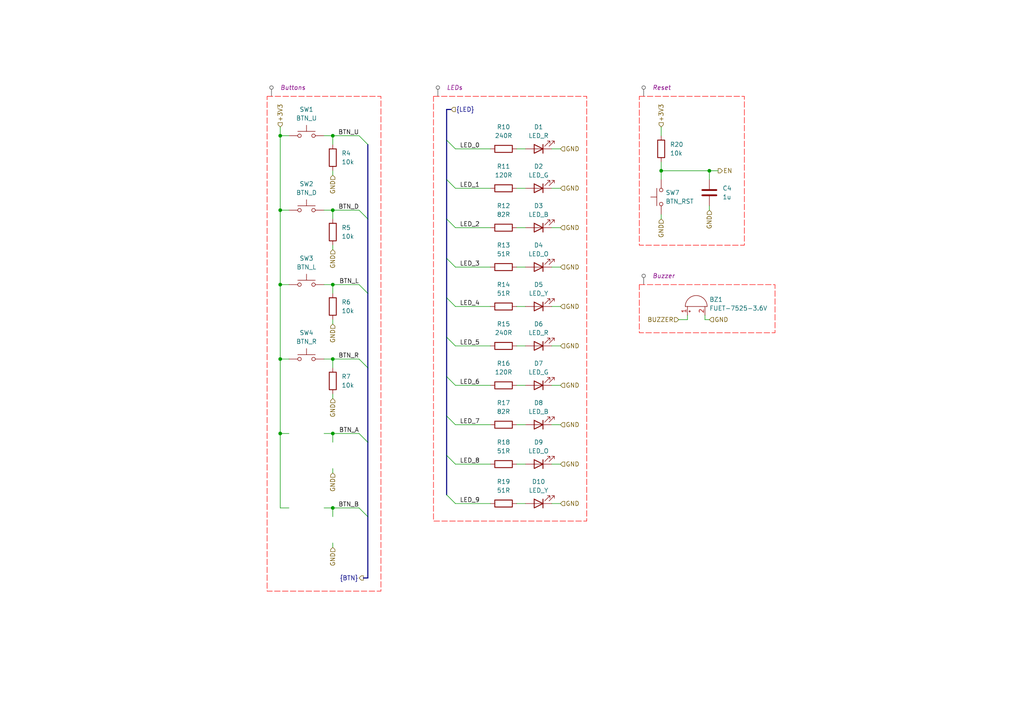
<source format=kicad_sch>
(kicad_sch (version 20250114) (generator "eeschema") (generator_version "9.0")
  (paper "A4")
  (title_block (title "Hack&Roll 2026 hardware badge") (date "2025-12-01") (rev "0.0.14") (company "NUS Hackers") (comment 1 "Art by @youngseopark05") (comment 2 "Developed by @yikjin and @Hackin7") (comment 3 "Licensed under CERN-OHL-P-2.0"))
  (lib_symbols
    (symbol "Device:Buzzer" (pin_names (offset 0.0254) (hide yes))
      (property "Reference" "BZ" (at 3.81 1.27 0))
      (property "Value" "Buzzer" (at 3.81 -1.27 0))
      (symbol "Buzzer_0_1"
        (polyline (pts (xy -1.651 1.905) (xy -1.143 1.905)))
        (polyline (pts (xy -1.397 2.159) (xy -1.397 1.651)))
        (arc (start 0 3.175) (mid 3.1612 0) (end 0 -3.175))
        (polyline (pts (xy 0 3.175) (xy 0 -3.175)))
      )
      (symbol "Buzzer_1_1"
        (pin passive line (at -2.54 2.54 0) (length 2.54) (name "+") (number "1"))
        (pin passive line (at -2.54 -2.54 0) (length 2.54) (name "-") (number "2"))
      )
    )
    (symbol "Device:C" (pin_numbers (hide yes)) (pin_names (offset 0.254))
      (property "Reference" "C" (at 0.635 2.54 0))
      (property "Value" "C" (at 0.635 -2.54 0))
      (symbol "C_0_1"
        (polyline (pts (xy -2.032 0.762) (xy 2.032 0.762)) (stroke (width 0.508)))
        (polyline (pts (xy -2.032 -0.762) (xy 2.032 -0.762)) (stroke (width 0.508)))
      )
      (symbol "C_1_1"
        (pin passive line (at 0 3.81 270) (length 2.794) (name "~") (number "1"))
        (pin passive line (at 0 -3.81 90) (length 2.794) (name "~") (number "2"))
      )
    )
    (symbol "Device:LED" (pin_numbers (hide yes)) (pin_names (offset 1.016) (hide yes))
      (property "Reference" "D" (at 0 2.54 0))
      (property "Value" "LED" (at 0 -2.54 0))
      (symbol "LED_0_1"
        (polyline (pts (xy -3.048 -0.762) (xy -4.572 -2.286) (xy -3.81 -2.286) (xy -4.572 -2.286) (xy -4.572 -1.524)))
        (polyline (pts (xy -1.778 -0.762) (xy -3.302 -2.286) (xy -2.54 -2.286) (xy -3.302 -2.286) (xy -3.302 -1.524)))
        (polyline (pts (xy -1.27 0) (xy 1.27 0)))
        (polyline (pts (xy -1.27 -1.27) (xy -1.27 1.27)) (stroke (width 0.254)))
        (polyline (pts (xy 1.27 -1.27) (xy 1.27 1.27) (xy -1.27 0) (xy 1.27 -1.27)) (stroke (width 0.254)))
      )
      (symbol "LED_1_1"
        (pin passive line (at -3.81 0 0) (length 2.54) (name "K") (number "1"))
        (pin passive line (at 3.81 0 180) (length 2.54) (name "A") (number "2"))
      )
    )
    (symbol "Device:R" (pin_numbers (hide yes)) (pin_names (offset 0))
      (property "Reference" "R" (at 2.032 0 90))
      (property "Value" "R" (at 0 0 90))
      (symbol "R_0_1"
        (rectangle (start -1.016 -2.54) (end 1.016 2.54) (stroke (width 0.254)))
      )
      (symbol "R_1_1"
        (pin passive line (at 0 3.81 270) (length 1.27) (name "~") (number "1"))
        (pin passive line (at 0 -3.81 90) (length 1.27) (name "~") (number "2"))
      )
    )
    (symbol "Switch:SW_Push" (pin_numbers (hide yes)) (pin_names (offset 1.016) (hide yes))
      (property "Reference" "SW" (at 1.27 2.54 0))
      (property "Value" "SW_Push" (at 0 -1.524 0))
      (symbol "SW_Push_0_1"
        (circle (center -2.032 0) (radius 0.508))
        (polyline (pts (xy 0 1.27) (xy 0 3.048)))
        (circle (center 2.032 0) (radius 0.508))
        (polyline (pts (xy 2.54 1.27) (xy -2.54 1.27)))
        (pin passive line (at -5.08 0 0) (length 2.54) (name "1") (number "1"))
        (pin passive line (at 5.08 0 180) (length 2.54) (name "2") (number "2"))
      )
    )
  )
  (junction (at 96.52 125.73))
  (junction (at 81.28 82.55))
  (junction (at 96.52 82.55))
  (junction (at 81.28 39.37))
  (junction (at 96.52 60.96))
  (junction (at 191.77 49.53))
  (junction (at 81.28 104.14))
  (junction (at 81.28 125.73))
  (junction (at 96.52 104.14))
  (junction (at 96.52 147.32))
  (junction (at 205.74 49.53))
  (junction (at 81.28 60.96))
  (junction (at 96.52 39.37))
  (bus_entry (at 129.54 120.65) (size 2.54 2.54))
  (bus_entry (at 129.54 143.51) (size 2.54 2.54))
  (bus_entry (at 129.54 97.79) (size 2.54 2.54))
  (bus_entry (at 129.54 109.22) (size 2.54 2.54))
  (bus_entry (at 104.14 60.96) (size 2.54 2.54))
  (bus_entry (at 104.14 125.73) (size 2.54 2.54))
  (bus_entry (at 129.54 52.07) (size 2.54 2.54))
  (bus_entry (at 104.14 39.37) (size 2.54 2.54))
  (bus_entry (at 129.54 132.08) (size 2.54 2.54))
  (bus_entry (at 104.14 82.55) (size 2.54 2.54))
  (bus_entry (at 129.54 63.5) (size 2.54 2.54))
  (bus_entry (at 129.54 74.93) (size 2.54 2.54))
  (bus_entry (at 104.14 104.14) (size 2.54 2.54))
  (bus_entry (at 104.14 147.32) (size 2.54 2.54))
  (bus_entry (at 129.54 40.64) (size 2.54 2.54))
  (bus_entry (at 129.54 86.36) (size 2.54 2.54))
  (wire (pts (xy 160.02 66.04) (xy 162.56 66.04)))
  (wire (pts (xy 83.82 104.14) (xy 81.28 104.14)))
  (wire (pts (xy 149.86 54.61) (xy 152.4 54.61)))
  (wire (pts (xy 96.52 85.09) (xy 96.52 82.55)))
  (bus (pts (xy 129.54 120.65) (xy 129.54 132.08)))
  (wire (pts (xy 132.08 100.33) (xy 142.24 100.33)))
  (wire (pts (xy 132.08 54.61) (xy 142.24 54.61)))
  (wire (pts (xy 96.52 39.37) (xy 104.14 39.37)))
  (wire (pts (xy 149.86 77.47) (xy 152.4 77.47)))
  (bus (pts (xy 129.54 52.07) (xy 129.54 63.5)))
  (wire (pts (xy 199.39 92.71) (xy 199.39 91.44)))
  (wire (pts (xy 132.08 88.9) (xy 142.24 88.9)))
  (wire (pts (xy 96.52 82.55) (xy 104.14 82.55)))
  (wire (pts (xy 205.74 49.53) (xy 205.74 52.07)))
  (wire (pts (xy 96.52 63.5) (xy 96.52 60.96)))
  (wire (pts (xy 205.74 60.96) (xy 205.74 59.69)))
  (wire (pts (xy 83.82 60.96) (xy 81.28 60.96)))
  (wire (pts (xy 96.52 149.86) (xy 96.52 147.32)))
  (wire (pts (xy 160.02 123.19) (xy 162.56 123.19)))
  (wire (pts (xy 149.86 111.76) (xy 152.4 111.76)))
  (wire (pts (xy 81.28 39.37) (xy 81.28 60.96)))
  (wire (pts (xy 81.28 125.73) (xy 81.28 147.32)))
  (wire (pts (xy 160.02 100.33) (xy 162.56 100.33)))
  (wire (pts (xy 96.52 158.75) (xy 96.52 157.48)))
  (wire (pts (xy 132.08 146.05) (xy 142.24 146.05)))
  (bus (pts (xy 129.54 63.5) (xy 129.54 74.93)))
  (wire (pts (xy 191.77 49.53) (xy 191.77 52.07)))
  (wire (pts (xy 132.08 77.47) (xy 142.24 77.47)))
  (wire (pts (xy 204.47 92.71) (xy 205.74 92.71)))
  (wire (pts (xy 81.28 60.96) (xy 81.28 82.55)))
  (wire (pts (xy 191.77 36.83) (xy 191.77 39.37)))
  (wire (pts (xy 149.86 43.18) (xy 152.4 43.18)))
  (bus (pts (xy 106.68 63.5) (xy 106.68 85.09)))
  (wire (pts (xy 149.86 123.19) (xy 152.4 123.19)))
  (wire (pts (xy 93.98 104.14) (xy 96.52 104.14)))
  (wire (pts (xy 83.82 125.73) (xy 81.28 125.73)))
  (wire (pts (xy 96.52 115.57) (xy 96.52 114.3)))
  (wire (pts (xy 96.52 50.8) (xy 96.52 49.53)))
  (bus (pts (xy 130.81 31.75) (xy 129.54 31.75)))
  (bus (pts (xy 106.68 128.27) (xy 106.68 149.86)))
  (bus (pts (xy 129.54 74.93) (xy 129.54 86.36)))
  (bus (pts (xy 106.68 106.68) (xy 106.68 128.27)))
  (wire (pts (xy 160.02 54.61) (xy 162.56 54.61)))
  (bus (pts (xy 129.54 86.36) (xy 129.54 97.79)))
  (wire (pts (xy 96.52 147.32) (xy 104.14 147.32)))
  (wire (pts (xy 196.85 92.71) (xy 199.39 92.71)))
  (bus (pts (xy 129.54 31.75) (xy 129.54 40.64)))
  (wire (pts (xy 96.52 106.68) (xy 96.52 104.14)))
  (wire (pts (xy 149.86 146.05) (xy 152.4 146.05)))
  (wire (pts (xy 96.52 60.96) (xy 104.14 60.96)))
  (wire (pts (xy 93.98 82.55) (xy 96.52 82.55)))
  (wire (pts (xy 132.08 134.62) (xy 142.24 134.62)))
  (wire (pts (xy 93.98 60.96) (xy 96.52 60.96)))
  (wire (pts (xy 204.47 92.71) (xy 204.47 91.44)))
  (wire (pts (xy 93.98 125.73) (xy 96.52 125.73)))
  (wire (pts (xy 191.77 62.23) (xy 191.77 63.5)))
  (wire (pts (xy 149.86 100.33) (xy 152.4 100.33)))
  (bus (pts (xy 129.54 40.64) (xy 129.54 52.07)))
  (wire (pts (xy 149.86 66.04) (xy 152.4 66.04)))
  (wire (pts (xy 132.08 123.19) (xy 142.24 123.19)))
  (wire (pts (xy 93.98 39.37) (xy 96.52 39.37)))
  (wire (pts (xy 149.86 88.9) (xy 152.4 88.9)))
  (wire (pts (xy 160.02 134.62) (xy 162.56 134.62)))
  (bus (pts (xy 105.41 167.64) (xy 106.68 167.64)))
  (wire (pts (xy 96.52 93.98) (xy 96.52 92.71)))
  (wire (pts (xy 132.08 111.76) (xy 142.24 111.76)))
  (wire (pts (xy 81.28 82.55) (xy 81.28 104.14)))
  (bus (pts (xy 106.68 167.64) (xy 106.68 149.86)))
  (wire (pts (xy 83.82 147.32) (xy 81.28 147.32)))
  (bus (pts (xy 129.54 97.79) (xy 129.54 109.22)))
  (wire (pts (xy 93.98 147.32) (xy 96.52 147.32)))
  (wire (pts (xy 83.82 39.37) (xy 81.28 39.37)))
  (wire (pts (xy 149.86 134.62) (xy 152.4 134.62)))
  (wire (pts (xy 160.02 77.47) (xy 162.56 77.47)))
  (bus (pts (xy 129.54 132.08) (xy 129.54 143.51)))
  (bus (pts (xy 106.68 85.09) (xy 106.68 106.68)))
  (wire (pts (xy 160.02 146.05) (xy 162.56 146.05)))
  (wire (pts (xy 96.52 41.91) (xy 96.52 39.37)))
  (wire (pts (xy 205.74 49.53) (xy 191.77 49.53)))
  (bus (pts (xy 129.54 109.22) (xy 129.54 120.65)))
  (wire (pts (xy 96.52 72.39) (xy 96.52 71.12)))
  (wire (pts (xy 208.28 49.53) (xy 205.74 49.53)))
  (bus (pts (xy 106.68 41.91) (xy 106.68 63.5)))
  (wire (pts (xy 132.08 43.18) (xy 142.24 43.18)))
  (wire (pts (xy 96.52 104.14) (xy 104.14 104.14)))
  (wire (pts (xy 96.52 137.16) (xy 96.52 135.89)))
  (wire (pts (xy 96.52 125.73) (xy 104.14 125.73)))
  (wire (pts (xy 132.08 66.04) (xy 142.24 66.04)))
  (wire (pts (xy 83.82 82.55) (xy 81.28 82.55)))
  (wire (pts (xy 81.28 104.14) (xy 81.28 125.73)))
  (wire (pts (xy 160.02 111.76) (xy 162.56 111.76)))
  (wire (pts (xy 81.28 36.83) (xy 81.28 39.37)))
  (wire (pts (xy 160.02 43.18) (xy 162.56 43.18)))
  (wire (pts (xy 160.02 88.9) (xy 162.56 88.9)))
  (wire (pts (xy 96.52 128.27) (xy 96.52 125.73)))
  (wire (pts (xy 191.77 49.53) (xy 191.77 46.99)))
  (label "BTN_B" (at 104.14 147.32 180))
  (label "BTN_A" (at 104.14 125.73 180))
  (label "LED_4" (at 133.35 88.9 0))
  (label "LED_9" (at 133.35 146.05 0))
  (label "LED_5" (at 133.35 100.33 0))
  (label "LED_3" (at 133.35 77.47 0))
  (label "BTN_U" (at 104.14 39.37 180))
  (label "LED_7" (at 133.35 123.19 0))
  (label "LED_6" (at 133.35 111.76 0))
  (label "LED_8" (at 133.35 134.62 0))
  (label "BTN_L" (at 104.14 82.55 180))
  (label "BTN_R" (at 104.14 104.14 180))
  (label "LED_1" (at 133.35 54.61 0))
  (label "LED_0" (at 133.35 43.18 0))
  (label "BTN_D" (at 104.14 60.96 180))
  (label "LED_2" (at 133.35 66.04 0))
  (hierarchical_label "GND" (shape input) (at 162.56 100.33 0))
  (hierarchical_label "GND" (shape input) (at 96.52 115.57 270))
  (hierarchical_label "GND" (shape input) (at 96.52 137.16 270))
  (hierarchical_label "GND" (shape input) (at 205.74 60.96 270))
  (hierarchical_label "BUZZER" (shape input) (at 196.85 92.71 180))
  (hierarchical_label "GND" (shape input) (at 96.52 72.39 270))
  (hierarchical_label "GND" (shape input) (at 162.56 43.18 0))
  (hierarchical_label "GND" (shape input) (at 162.56 134.62 0))
  (hierarchical_label "+3V3" (shape input) (at 81.28 36.83 90))
  (hierarchical_label "GND" (shape input) (at 162.56 54.61 0))
  (hierarchical_label "GND" (shape input) (at 162.56 123.19 0))
  (hierarchical_label "{BTN}" (shape output) (at 105.41 167.64 180))
  (hierarchical_label "GND" (shape input) (at 96.52 158.75 270))
  (hierarchical_label "GND" (shape input) (at 162.56 66.04 0))
  (hierarchical_label "GND" (shape input) (at 162.56 88.9 0))
  (hierarchical_label "+3V3" (shape input) (at 191.77 36.83 90))
  (hierarchical_label "GND" (shape input) (at 191.77 63.5 270))
  (hierarchical_label "GND" (shape input) (at 205.74 92.71 0))
  (hierarchical_label "GND" (shape input) (at 162.56 111.76 0))
  (hierarchical_label "GND" (shape input) (at 96.52 93.98 270))
  (hierarchical_label "GND" (shape input) (at 96.52 50.8 270))
  (hierarchical_label "GND" (shape input) (at 162.56 77.47 0))
  (hierarchical_label "GND" (shape input) (at 162.56 146.05 0))
  (hierarchical_label "{LED}" (shape input) (at 130.81 31.75 0))
  (hierarchical_label "EN" (shape output) (at 208.28 49.53 0))
  (rule_area (polyline (pts (xy 125.73 27.94) (xy 170.18 27.94) (xy 170.18 151.13) (xy 125.73 151.13)) (stroke (width 0) (type dash))))
  (rule_area (polyline (pts (xy 185.42 27.94) (xy 215.9 27.94) (xy 215.9 71.12) (xy 185.42 71.12)) (stroke (width 0) (type dash))))
  (rule_area (polyline (pts (xy 77.47 27.94) (xy 110.49 27.94) (xy 110.49 171.45) (xy 77.47 171.45)) (stroke (width 0) (type dash))))
  (rule_area (polyline (pts (xy 185.42 82.55) (xy 224.79 82.55) (xy 224.79 96.52) (xy 185.42 96.52)) (stroke (width 0) (type dash))))
  (netclass_flag "" (length 2.54) (shape round) (at 186.69 27.94 0) (property "Component Class" "Reset" (at 189.23 25.4 0) (effects (font (italic yes)) (justify left))))
  (netclass_flag "" (length 2.54) (shape round) (at 186.69 82.55 0) (property "Component Class" "Buzzer" (at 189.23 80.01 0) (effects (font (italic yes)) (justify left))))
  (netclass_flag "" (length 2.54) (shape round) (at 78.74 27.94 0) (property "Component Class" "Buttons" (at 81.28 25.4 0) (effects (font (italic yes)) (justify left))))
  (netclass_flag "" (length 2.54) (shape round) (at 127 27.94 0) (property "Component Class" "LEDs" (at 129.54 25.4 0) (effects (font (italic yes)) (justify left))))
  (symbol (lib_id "Device:R") (at 96.52 67.31 0) (unit 1)
    (property "Reference" "R5" (at 99.06 66.0399 0) (effects (justify left)))
    (property "Value" "10k" (at 99.06 68.5799 0) (effects (justify left)))
    (property "Footprint" "Resistor_SMD:R_0805_2012Metric" (effects (hide yes)))
    (property "Datasheet" "https://jlcpcb.com/api/file/downloadByFileSystemAccessId/8589838450489917440" (effects (hide yes)))
    (property "Description" "-55℃~+155℃ 10kΩ 125mW 150V Thick Film Resistor ±100ppm/℃ ±5% 0805 Chip Resistor - Surface Mount ROHS" (effects (hide yes)))
    (property "Cost per unit" "0.0012" (effects (hide yes)))
    (property "LCSC Part #" "C2930231" (effects (hide yes)))
    (property "PCB website" "https://jlcpcb.com/partdetail/FOJAN-FRC0805J103TS/C2930231" (effects (hide yes)))
  )
  (symbol (lib_id "Device:LED") (at 156.21 66.04 180) (unit 1)
    (property "Reference" "D3" (at 156.21 59.69 0))
    (property "Value" "LED_B" (at 156.21 62.23 0))
    (property "Footprint" "LED_SMD:LED_0805_2012Metric" (effects (hide yes)))
    (property "Datasheet" "https://jlcpcb.com/api/file/downloadByFileSystemAccessId/8602999360472952832" (effects (hide yes)))
    (property "Description" "-40℃~+85℃ 120° 3V 462nm 466nm~469nm 5mA 60mcd 90mW Blue 0805 LED Indication - Discrete ROHS" (effects (hide yes)))
    (property "Sim.Pins" "1=K 2=A" (effects (hide yes)))
    (property "Cost per unit" "0.0057" (effects (hide yes)))
    (property "PCB website" "https://jlcpcb.com/partdetail/C7496833" (effects (hide yes)))
    (property "LCSC Part #" "C7496833" (effects (hide yes)))
  )
  (symbol (lib_id "Device:R") (at 146.05 54.61 90) (unit 1)
    (property "Reference" "R11" (at 146.05 48.26 90))
    (property "Value" "120R" (at 146.05 50.8 90))
    (property "Footprint" "Resistor_SMD:R_0805_2012Metric" (effects (hide yes)))
    (property "Datasheet" "https://jlcpcb.com/api/file/downloadByFileSystemAccessId/8590234379466543104" (effects (hide yes)))
    (property "Description" "-55℃~+155℃ 120Ω 125mW 150V Thick Film Resistor ±100ppm/℃ ±5% 0805 Chip Resistor - Surface Mount ROHS" (effects (hide yes)))
    (property "Cost per unit" "0.0012" (effects (hide yes)))
    (property "LCSC Part #" "C3013232" (effects (hide yes)))
    (property "PCB website" "https://jlcpcb.com/partdetail/FOJAN-FRC0805J121TS/C3013232" (effects (hide yes)))
  )
  (symbol (lib_id "Device:LED") (at 156.21 43.18 180) (unit 1)
    (property "Reference" "D1" (at 156.21 36.83 0))
    (property "Value" "LED_R" (at 156.21 39.37 0))
    (property "Footprint" "LED_SMD:LED_0805_2012Metric" (effects (hide yes)))
    (property "Datasheet" "https://jlcpcb.com/api/file/downloadByFileSystemAccessId/8602999220433666048" (effects (hide yes)))
    (property "Description" "-40℃~+85℃ 1.8V~2.1V 120° 5mA 60mW 60mcd 619nm~622nm 628nm Red 0805 LED Indication - Discrete ROHS" (effects (hide yes)))
    (property "Sim.Pins" "1=K 2=A" (effects (hide yes)))
    (property "Cost per unit" "0.0050" (effects (hide yes)))
    (property "PCB website" "https://jlcpcb.com/partdetail/C7496834" (effects (hide yes)))
    (property "LCSC Part #" "C7496834" (effects (hide yes)))
  )
  (symbol (lib_id "Device:R") (at 96.52 110.49 0) (unit 1)
    (property "Reference" "R7" (at 99.06 109.2199 0) (effects (justify left)))
    (property "Value" "10k" (at 99.06 111.7599 0) (effects (justify left)))
    (property "Footprint" "Resistor_SMD:R_0805_2012Metric" (effects (hide yes)))
    (property "Datasheet" "https://jlcpcb.com/api/file/downloadByFileSystemAccessId/8589838450489917440" (effects (hide yes)))
    (property "Description" "-55℃~+155℃ 10kΩ 125mW 150V Thick Film Resistor ±100ppm/℃ ±5% 0805 Chip Resistor - Surface Mount ROHS" (effects (hide yes)))
    (property "Cost per unit" "0.0012" (effects (hide yes)))
    (property "LCSC Part #" "C2930231" (effects (hide yes)))
    (property "PCB website" "https://jlcpcb.com/partdetail/FOJAN-FRC0805J103TS/C2930231" (effects (hide yes)))
  )
  (symbol (lib_id "Device:LED") (at 156.21 77.47 180) (unit 1)
    (property "Reference" "D4" (at 156.21 71.12 0))
    (property "Value" "LED_O" (at 156.21 73.66 0))
    (property "Footprint" "LED_SMD:LED_0805_2012Metric" (effects (hide yes)))
    (property "Datasheet" "https://jlcpcb.com/api/file/downloadByFileSystemAccessId/8588950332365803520" (effects (hide yes)))
    (property "Description" "-40℃~+85℃ 120° 2.3V 20mA 330mcd 50mW 600nm~610nm 605nm Orange Water Clear op View Mount 0805 LED Indication - Discrete ROHS" (effects (hide yes)))
    (property "Sim.Pins" "1=K 2=A" (effects (hide yes)))
    (property "Cost per unit" "0.0078" (effects (hide yes)))
    (property "PCB website" "https://jlcpcb.com/partdetail/XINGLIGHT-XL2012UOC/C965813" (effects (hide yes)))
    (property "LCSC Part #" "C965813" (effects (hide yes)))
  )
  (symbol (lib_id "Device:LED") (at 156.21 100.33 180) (unit 1)
    (property "Reference" "D6" (at 156.21 93.98 0))
    (property "Value" "LED_R" (at 156.21 96.52 0))
    (property "Footprint" "LED_SMD:LED_0805_2012Metric" (effects (hide yes)))
    (property "Datasheet" "https://jlcpcb.com/api/file/downloadByFileSystemAccessId/8602999220433666048" (effects (hide yes)))
    (property "Description" "-40℃~+85℃ 1.8V~2.1V 120° 5mA 60mW 60mcd 619nm~622nm 628nm Red 0805 LED Indication - Discrete ROHS" (effects (hide yes)))
    (property "Sim.Pins" "1=K 2=A" (effects (hide yes)))
    (property "Cost per unit" "0.0050" (effects (hide yes)))
    (property "PCB website" "https://jlcpcb.com/partdetail/C7496834" (effects (hide yes)))
    (property "LCSC Part #" "C7496834" (effects (hide yes)))
  )
  (symbol (lib_id "Device:LED") (at 156.21 134.62 180) (unit 1)
    (property "Reference" "D9" (at 156.21 128.27 0))
    (property "Value" "LED_O" (at 156.21 130.81 0))
    (property "Footprint" "LED_SMD:LED_0805_2012Metric" (effects (hide yes)))
    (property "Datasheet" "https://jlcpcb.com/api/file/downloadByFileSystemAccessId/8588950332365803520" (effects (hide yes)))
    (property "Description" "-40℃~+85℃ 120° 2.3V 20mA 330mcd 50mW 600nm~610nm 605nm Orange Water Clear op View Mount 0805 LED Indication - Discrete ROHS" (effects (hide yes)))
    (property "Sim.Pins" "1=K 2=A" (effects (hide yes)))
    (property "Cost per unit" "0.0078" (effects (hide yes)))
    (property "PCB website" "https://jlcpcb.com/partdetail/XINGLIGHT-XL2012UOC/C965813" (effects (hide yes)))
    (property "LCSC Part #" "C965813" (effects (hide yes)))
  )
  (symbol (lib_id "Switch:SW_Push") (at 191.77 57.15 90) (unit 1)
    (property "Reference" "SW7" (at 193.04 55.8799 90) (effects (justify right)))
    (property "Value" "BTN_RST" (at 193.04 58.4199 90) (effects (justify right)))
    (property "Footprint" "Button_Switch_SMD:SW_Push_1P1T_XKB_TS-1187A" (effects (hide yes)))
    (property "Datasheet" "https://jlcpcb.com/api/file/downloadByFileSystemAccessId/8588944810832617472" (effects (hide yes)))
    (property "Description" "1.8N 12V 2.5mm 5.2mm 5.2mm 50mA Round Button Surface Mount,Vertical SMD-4P,5.2x5.2mm Tactile Switches ROHS" (effects (hide yes)))
    (property "Cost per unit" "0.0155" (effects (hide yes)))
    (property "LCSC Part #" "C2888877" (effects (hide yes)))
    (property "PCB website" "https://jlcpcb.com/partdetail/BZCN-TSC005A2518A/C2888877" (effects (hide yes)))
  )
  (symbol (lib_id "Device:R") (at 146.05 77.47 90) (unit 1)
    (property "Reference" "R13" (at 146.05 71.12 90))
    (property "Value" "51R" (at 146.05 73.66 90))
    (property "Footprint" "Resistor_SMD:R_0805_2012Metric" (effects (hide yes)))
    (property "Datasheet" "https://jlcpcb.com/api/file/downloadByFileSystemAccessId/8590207519302840320" (effects (hide yes)))
    (property "Description" "-55℃~+155℃ 125mW 150V 51Ω Thick Film Resistor ±100ppm/℃ ±5% 0805 Chip Resistor - Surface Mount ROHS" (effects (hide yes)))
    (property "Cost per unit" "0.0013" (effects (hide yes)))
    (property "LCSC Part #" "C2907334" (effects (hide yes)))
    (property "PCB website" "https://jlcpcb.com/partdetail/FOJAN-FRC0805J510TS/C2907334" (effects (hide yes)))
  )
  (symbol (lib_id "Device:Buzzer") (at 201.93 88.9 90) (unit 1)
    (property "Reference" "BZ1" (at 205.74 86.8748 90) (effects (justify right)))
    (property "Value" "FUET-7525-3.6V" (at 205.74 89.4148 90) (effects (justify right)))
    (property "Footprint" "hnr26-badge:Buzzer-SMD_4P-L7.5-W7.5-BR" (effects (hide yes)))
    (property "Datasheet" "https://jlcpcb.com/api/file/downloadByFileSystemAccessId/8588948114715238400" (effects (hide yes)))
    (property "Description" "-20℃~+70℃ 100mA 2.5V~4.5V 2.7kHz 2.7mm 3.6V 7.5mm 7.5mm 80dB Electromagnetic Passive (Externally Driven) SMD,7.5x7.5mm Buzzers ROHS" (effects (hide yes)))
    (property "Cost per unit" "0.2018" (effects (hide yes)))
    (property "PCB website" "https://jlcpcb.com/partdetail/FUET-FUET_7525_36V/C417427" (effects (hide yes)))
    (property "LCSC Part #" "C417427" (effects (hide yes)))
  )
  (symbol (lib_id "Device:R") (at 146.05 146.05 90) (unit 1)
    (property "Reference" "R19" (at 146.05 139.7 90))
    (property "Value" "51R" (at 146.05 142.24 90))
    (property "Footprint" "Resistor_SMD:R_0805_2012Metric" (effects (hide yes)))
    (property "Datasheet" "https://jlcpcb.com/api/file/downloadByFileSystemAccessId/8590207519302840320" (effects (hide yes)))
    (property "Description" "-55℃~+155℃ 125mW 150V 51Ω Thick Film Resistor ±100ppm/℃ ±5% 0805 Chip Resistor - Surface Mount ROHS" (effects (hide yes)))
    (property "Cost per unit" "0.0013" (effects (hide yes)))
    (property "LCSC Part #" "C2907334" (effects (hide yes)))
    (property "PCB website" "https://jlcpcb.com/partdetail/FOJAN-FRC0805J510TS/C2907334" (effects (hide yes)))
  )
  (symbol (lib_id "Switch:SW_Push") (at 88.9 60.96 0) (unit 1)
    (property "Reference" "SW2" (at 88.9 53.34 0))
    (property "Value" "BTN_D" (at 88.9 55.88 0))
    (property "Footprint" "Button_Switch_SMD:SW_Push_1P1T_XKB_TS-1187A" (effects (hide yes)))
    (property "Datasheet" "https://jlcpcb.com/api/file/downloadByFileSystemAccessId/8588944810832617472" (effects (hide yes)))
    (property "Description" "1.8N 12V 2.5mm 5.2mm 5.2mm 50mA Round Button Surface Mount,Vertical SMD-4P,5.2x5.2mm Tactile Switches ROHS" (effects (hide yes)))
    (property "Cost per unit" "0.0155" (effects (hide yes)))
    (property "LCSC Part #" "C2888877" (effects (hide yes)))
    (property "PCB website" "https://jlcpcb.com/partdetail/BZCN-TSC005A2518A/C2888877" (effects (hide yes)))
  )
  (symbol (lib_id "Device:R") (at 146.05 111.76 90) (unit 1)
    (property "Reference" "R16" (at 146.05 105.41 90))
    (property "Value" "120R" (at 146.05 107.95 90))
    (property "Footprint" "Resistor_SMD:R_0805_2012Metric" (effects (hide yes)))
    (property "Datasheet" "https://jlcpcb.com/api/file/downloadByFileSystemAccessId/8590234379466543104" (effects (hide yes)))
    (property "Description" "-55℃~+155℃ 120Ω 125mW 150V Thick Film Resistor ±100ppm/℃ ±5% 0805 Chip Resistor - Surface Mount ROHS" (effects (hide yes)))
    (property "Cost per unit" "0.0012" (effects (hide yes)))
    (property "LCSC Part #" "C3013232" (effects (hide yes)))
    (property "PCB website" "https://jlcpcb.com/partdetail/FOJAN-FRC0805J121TS/C3013232" (effects (hide yes)))
  )
  (symbol (lib_id "Device:LED") (at 156.21 88.9 180) (unit 1)
    (property "Reference" "D5" (at 156.21 82.55 0))
    (property "Value" "LED_Y" (at 156.21 85.09 0))
    (property "Footprint" "LED_SMD:LED_0805_2012Metric" (effects (hide yes)))
    (property "Datasheet" "https://jlcpcb.com/api/file/downloadByFileSystemAccessId/8588950360954449920" (effects (hide yes)))
    (property "Description" "120° 2.3V 20mA 50mW 535mcd 585nm~595nm 590nm Water Clear Yellow op View Mount 0805 LED Indication - Discrete ROHS" (effects (hide yes)))
    (property "Sim.Pins" "1=K 2=A" (effects (hide yes)))
    (property "Cost per unit" "0.0082" (effects (hide yes)))
    (property "PCB website" "https://jlcpcb.com/partdetail/XINGLIGHT-XL2012UYC/C965814" (effects (hide yes)))
    (property "LCSC Part #" "C965814" (effects (hide yes)))
  )
  (symbol (lib_id "Device:R") (at 146.05 123.19 90) (unit 1)
    (property "Reference" "R17" (at 146.05 116.84 90))
    (property "Value" "82R" (at 146.05 119.38 90))
    (property "Footprint" "Resistor_SMD:R_0805_2012Metric" (effects (hide yes)))
    (property "Datasheet" "https://jlcpcb.com/api/file/downloadByFileSystemAccessId/8590207600450445312" (effects (hide yes)))
    (property "Description" "-55℃~+155℃ 125mW 150V 82Ω Thick Film Resistor ±100ppm/℃ ±5% 0805 Chip Resistor - Surface Mount ROHS" (effects (hide yes)))
    (property "Cost per unit" "0.0013" (effects (hide yes)))
    (property "LCSC Part #" "C2907344" (effects (hide yes)))
    (property "PCB website" "https://jlcpcb.com/partdetail/FOJAN-FRC0805J820TS/C2907344" (effects (hide yes)))
  )
  (symbol (lib_id "Device:R") (at 191.77 43.18 0) (unit 1)
    (property "Reference" "R20" (at 194.31 41.9099 0) (effects (justify left)))
    (property "Value" "10k" (at 194.31 44.4499 0) (effects (justify left)))
    (property "Footprint" "Resistor_SMD:R_0805_2012Metric" (effects (hide yes)))
    (property "Datasheet" "https://jlcpcb.com/api/file/downloadByFileSystemAccessId/8589838450489917440" (effects (hide yes)))
    (property "Description" "-55℃~+155℃ 10kΩ 125mW 150V Thick Film Resistor ±100ppm/℃ ±5% 0805 Chip Resistor - Surface Mount ROHS" (effects (hide yes)))
    (property "Cost per unit" "0.0012" (effects (hide yes)))
    (property "PCB website" "https://jlcpcb.com/partdetail/FOJAN-FRC0805J103TS/C2930231" (effects (hide yes)))
    (property "LCSC Part #" "C2930231" (effects (hide yes)))
  )
  (symbol (lib_id "Device:R") (at 96.52 88.9 0) (unit 1)
    (property "Reference" "R6" (at 99.06 87.6299 0) (effects (justify left)))
    (property "Value" "10k" (at 99.06 90.1699 0) (effects (justify left)))
    (property "Footprint" "Resistor_SMD:R_0805_2012Metric" (effects (hide yes)))
    (property "Datasheet" "https://jlcpcb.com/api/file/downloadByFileSystemAccessId/8589838450489917440" (effects (hide yes)))
    (property "Description" "-55℃~+155℃ 10kΩ 125mW 150V Thick Film Resistor ±100ppm/℃ ±5% 0805 Chip Resistor - Surface Mount ROHS" (effects (hide yes)))
    (property "Cost per unit" "0.0012" (effects (hide yes)))
    (property "LCSC Part #" "C2930231" (effects (hide yes)))
    (property "PCB website" "https://jlcpcb.com/partdetail/FOJAN-FRC0805J103TS/C2930231" (effects (hide yes)))
  )
  (symbol (lib_id "Switch:SW_Push") (at 88.9 39.37 0) (unit 1)
    (property "Reference" "SW1" (at 88.9 31.75 0))
    (property "Value" "BTN_U" (at 88.9 34.29 0))
    (property "Footprint" "Button_Switch_SMD:SW_Push_1P1T_XKB_TS-1187A" (effects (hide yes)))
    (property "Datasheet" "https://jlcpcb.com/api/file/downloadByFileSystemAccessId/8588944810832617472" (effects (hide yes)))
    (property "Description" "1.8N 12V 2.5mm 5.2mm 5.2mm 50mA Round Button Surface Mount,Vertical SMD-4P,5.2x5.2mm Tactile Switches ROHS" (effects (hide yes)))
    (property "Cost per unit" "0.0155" (effects (hide yes)))
    (property "LCSC Part #" "C2888877" (effects (hide yes)))
    (property "PCB website" "https://jlcpcb.com/partdetail/BZCN-TSC005A2518A/C2888877" (effects (hide yes)))
  )
  (symbol (lib_id "Switch:SW_Push") (at 88.9 104.14 0) (unit 1)
    (property "Reference" "SW4" (at 88.9 96.52 0))
    (property "Value" "BTN_R" (at 88.9 99.06 0))
    (property "Footprint" "Button_Switch_SMD:SW_Push_1P1T_XKB_TS-1187A" (effects (hide yes)))
    (property "Datasheet" "https://jlcpcb.com/api/file/downloadByFileSystemAccessId/8588944810832617472" (effects (hide yes)))
    (property "Description" "1.8N 12V 2.5mm 5.2mm 5.2mm 50mA Round Button Surface Mount,Vertical SMD-4P,5.2x5.2mm Tactile Switches ROHS" (effects (hide yes)))
    (property "Cost per unit" "0.0155" (effects (hide yes)))
    (property "LCSC Part #" "C2888877" (effects (hide yes)))
    (property "PCB website" "https://jlcpcb.com/partdetail/BZCN-TSC005A2518A/C2888877" (effects (hide yes)))
  )
  (symbol (lib_id "Device:LED") (at 156.21 111.76 180) (unit 1)
    (property "Reference" "D7" (at 156.21 105.41 0))
    (property "Value" "LED_G" (at 156.21 107.95 0))
    (property "Footprint" "LED_SMD:LED_0805_2012Metric" (effects (hide yes)))
    (property "Datasheet" "https://jlcpcb.com/api/file/downloadByFileSystemAccessId/8602999359399346176" (effects (hide yes)))
    (property "Description" "-40℃~+85℃ 120° 2.4V~2.8V 350mcd 518nm 521nm~524nm 5mA 90mW Emerald Green 0805 LED Indication - Discrete ROHS" (effects (hide yes)))
    (property "Sim.Pins" "1=K 2=A" (effects (hide yes)))
    (property "Cost per unit" "0.0052" (effects (hide yes)))
    (property "PCB website" "https://jlcpcb.com/partdetail/C7496832" (effects (hide yes)))
    (property "LCSC Part #" "C7496832" (effects (hide yes)))
  )
  (symbol (lib_id "Device:LED") (at 156.21 54.61 180) (unit 1)
    (property "Reference" "D2" (at 156.21 48.26 0))
    (property "Value" "LED_G" (at 156.21 50.8 0))
    (property "Footprint" "LED_SMD:LED_0805_2012Metric" (effects (hide yes)))
    (property "Datasheet" "https://jlcpcb.com/api/file/downloadByFileSystemAccessId/8602999359399346176" (effects (hide yes)))
    (property "Description" "-40℃~+85℃ 120° 2.4V~2.8V 350mcd 518nm 521nm~524nm 5mA 90mW Emerald Green 0805 LED Indication - Discrete ROHS" (effects (hide yes)))
    (property "Sim.Pins" "1=K 2=A" (effects (hide yes)))
    (property "Cost per unit" "0.0052" (effects (hide yes)))
    (property "PCB website" "https://jlcpcb.com/partdetail/C7496832" (effects (hide yes)))
    (property "LCSC Part #" "C7496832" (effects (hide yes)))
  )
  (symbol (lib_id "Switch:SW_Push") (at 88.9 82.55 0) (unit 1)
    (property "Reference" "SW3" (at 88.9 74.93 0))
    (property "Value" "BTN_L" (at 88.9 77.47 0))
    (property "Footprint" "Button_Switch_SMD:SW_Push_1P1T_XKB_TS-1187A" (effects (hide yes)))
    (property "Datasheet" "https://jlcpcb.com/api/file/downloadByFileSystemAccessId/8588944810832617472" (effects (hide yes)))
    (property "Description" "1.8N 12V 2.5mm 5.2mm 5.2mm 50mA Round Button Surface Mount,Vertical SMD-4P,5.2x5.2mm Tactile Switches ROHS" (effects (hide yes)))
    (property "Cost per unit" "0.0155" (effects (hide yes)))
    (property "LCSC Part #" "C2888877" (effects (hide yes)))
    (property "PCB website" "https://jlcpcb.com/partdetail/BZCN-TSC005A2518A/C2888877" (effects (hide yes)))
  )
  (symbol (lib_id "Device:R") (at 146.05 134.62 90) (unit 1)
    (property "Reference" "R18" (at 146.05 128.27 90))
    (property "Value" "51R" (at 146.05 130.81 90))
    (property "Footprint" "Resistor_SMD:R_0805_2012Metric" (effects (hide yes)))
    (property "Datasheet" "https://jlcpcb.com/api/file/downloadByFileSystemAccessId/8590207519302840320" (effects (hide yes)))
    (property "Description" "-55℃~+155℃ 125mW 150V 51Ω Thick Film Resistor ±100ppm/℃ ±5% 0805 Chip Resistor - Surface Mount ROHS" (effects (hide yes)))
    (property "Cost per unit" "0.0013" (effects (hide yes)))
    (property "LCSC Part #" "C2907334" (effects (hide yes)))
    (property "PCB website" "https://jlcpcb.com/partdetail/FOJAN-FRC0805J510TS/C2907334" (effects (hide yes)))
  )
  (symbol (lib_id "Device:LED") (at 156.21 123.19 180) (unit 1)
    (property "Reference" "D8" (at 156.21 116.84 0))
    (property "Value" "LED_B" (at 156.21 119.38 0))
    (property "Footprint" "LED_SMD:LED_0805_2012Metric" (effects (hide yes)))
    (property "Datasheet" "https://jlcpcb.com/api/file/downloadByFileSystemAccessId/8602999360472952832" (effects (hide yes)))
    (property "Description" "-40℃~+85℃ 120° 3V 462nm 466nm~469nm 5mA 60mcd 90mW Blue 0805 LED Indication - Discrete ROHS" (effects (hide yes)))
    (property "Sim.Pins" "1=K 2=A" (effects (hide yes)))
    (property "Cost per unit" "0.0057" (effects (hide yes)))
    (property "PCB website" "https://jlcpcb.com/partdetail/C7496833" (effects (hide yes)))
    (property "LCSC Part #" "C7496833" (effects (hide yes)))
  )
  (symbol (lib_id "Device:R") (at 146.05 100.33 90) (unit 1)
    (property "Reference" "R15" (at 146.05 93.98 90))
    (property "Value" "240R" (at 146.05 96.52 90))
    (property "Footprint" "Resistor_SMD:R_0805_2012Metric" (effects (hide yes)))
    (property "Datasheet" "https://jlcpcb.com/api/file/downloadByFileSystemAccessId/8588881981836419072" (effects (hide yes)))
    (property "Description" "-55℃~+155℃ 125mW 150V 240Ω Thick Film Resistor ±100ppm/℃ ±5% 0805 Chip Resistor - Surface Mount ROHS" (effects (hide yes)))
    (property "Cost per unit" "0.0015" (effects (hide yes)))
    (property "LCSC Part #" "C25296" (effects (hide yes)))
    (property "PCB website" "https://jlcpcb.com/partdetail/26039-0805W8J0241T5E/C25296" (effects (hide yes)))
  )
  (symbol (lib_id "Device:C") (at 205.74 55.88 0) (unit 1)
    (property "Reference" "C4" (at 209.55 54.6099 0) (effects (justify left)))
    (property "Value" "1u" (at 209.55 57.1499 0) (effects (justify left)))
    (property "Footprint" "Capacitor_SMD:C_0805_2012Metric" (effects (hide yes)))
    (property "Datasheet" "https://jlcpcb.com/api/file/downloadByFileSystemAccessId/8588930738830262272" (effects (hide yes)))
    (property "Description" "1uF 25V X7R ±10% 0805 Multilayer Ceramic Capacitors MLCC - SMD/SMT ROHS" (effects (hide yes)))
    (property "Cost per unit" "0.0076" (effects (hide yes)))
    (property "LCSC Part #" "C344171" (effects (hide yes)))
    (property "PCB website" "https://jlcpcb.com/partdetail/CCTC-TCC0805X7R105K250DTS/C344171" (effects (hide yes)))
  )
  (symbol (lib_id "Device:R") (at 146.05 88.9 90) (unit 1)
    (property "Reference" "R14" (at 146.05 82.55 90))
    (property "Value" "51R" (at 146.05 85.09 90))
    (property "Footprint" "Resistor_SMD:R_0805_2012Metric" (effects (hide yes)))
    (property "Datasheet" "https://jlcpcb.com/api/file/downloadByFileSystemAccessId/8590207519302840320" (effects (hide yes)))
    (property "Description" "-55℃~+155℃ 125mW 150V 51Ω Thick Film Resistor ±100ppm/℃ ±5% 0805 Chip Resistor - Surface Mount ROHS" (effects (hide yes)))
    (property "Cost per unit" "0.0013" (effects (hide yes)))
    (property "LCSC Part #" "C2907334" (effects (hide yes)))
    (property "PCB website" "https://jlcpcb.com/partdetail/FOJAN-FRC0805J510TS/C2907334" (effects (hide yes)))
  )
  (symbol (lib_id "Device:R") (at 146.05 66.04 90) (unit 1)
    (property "Reference" "R12" (at 146.05 59.69 90))
    (property "Value" "82R" (at 146.05 62.23 90))
    (property "Footprint" "Resistor_SMD:R_0805_2012Metric" (effects (hide yes)))
    (property "Datasheet" "https://jlcpcb.com/api/file/downloadByFileSystemAccessId/8590207600450445312" (effects (hide yes)))
    (property "Description" "-55℃~+155℃ 125mW 150V 82Ω Thick Film Resistor ±100ppm/℃ ±5% 0805 Chip Resistor - Surface Mount ROHS" (effects (hide yes)))
    (property "Cost per unit" "0.0013" (effects (hide yes)))
    (property "LCSC Part #" "C2907344" (effects (hide yes)))
    (property "PCB website" "https://jlcpcb.com/partdetail/FOJAN-FRC0805J820TS/C2907344" (effects (hide yes)))
  )
  (symbol (lib_id "Device:R") (at 146.05 43.18 90) (unit 1)
    (property "Reference" "R10" (at 146.05 36.83 90))
    (property "Value" "240R" (at 146.05 39.37 90))
    (property "Footprint" "Resistor_SMD:R_0805_2012Metric" (effects (hide yes)))
    (property "Datasheet" "https://jlcpcb.com/api/file/downloadByFileSystemAccessId/8588881981836419072" (effects (hide yes)))
    (property "Description" "-55℃~+155℃ 125mW 150V 240Ω Thick Film Resistor ±100ppm/℃ ±5% 0805 Chip Resistor - Surface Mount ROHS" (effects (hide yes)))
    (property "Cost per unit" "0.0015" (effects (hide yes)))
    (property "LCSC Part #" "C25296" (effects (hide yes)))
    (property "PCB website" "https://jlcpcb.com/partdetail/26039-0805W8J0241T5E/C25296" (effects (hide yes)))
  )
  (symbol (lib_id "Device:LED") (at 156.21 146.05 180) (unit 1)
    (property "Reference" "D10" (at 156.21 139.7 0))
    (property "Value" "LED_Y" (at 156.21 142.24 0))
    (property "Footprint" "LED_SMD:LED_0805_2012Metric" (effects (hide yes)))
    (property "Datasheet" "https://jlcpcb.com/api/file/downloadByFileSystemAccessId/8588950360954449920" (effects (hide yes)))
    (property "Description" "120° 2.3V 20mA 50mW 535mcd 585nm~595nm 590nm Water Clear Yellow op View Mount 0805 LED Indication - Discrete ROHS" (effects (hide yes)))
    (property "Sim.Pins" "1=K 2=A" (effects (hide yes)))
    (property "Cost per unit" "0.0082" (effects (hide yes)))
    (property "PCB website" "https://jlcpcb.com/partdetail/XINGLIGHT-XL2012UYC/C965814" (effects (hide yes)))
    (property "LCSC Part #" "C965814" (effects (hide yes)))
  )
  (symbol (lib_id "Device:R") (at 96.52 45.72 0) (unit 1)
    (property "Reference" "R4" (at 99.06 44.4499 0) (effects (justify left)))
    (property "Value" "10k" (at 99.06 46.9899 0) (effects (justify left)))
    (property "Footprint" "Resistor_SMD:R_0805_2012Metric" (effects (hide yes)))
    (property "Datasheet" "https://jlcpcb.com/api/file/downloadByFileSystemAccessId/8589838450489917440" (effects (hide yes)))
    (property "Description" "-55℃~+155℃ 10kΩ 125mW 150V Thick Film Resistor ±100ppm/℃ ±5% 0805 Chip Resistor - Surface Mount ROHS" (effects (hide yes)))
    (property "Cost per unit" "0.0012" (effects (hide yes)))
    (property "LCSC Part #" "C2930231" (effects (hide yes)))
    (property "PCB website" "https://jlcpcb.com/partdetail/FOJAN-FRC0805J103TS/C2930231" (effects (hide yes)))
  )
)
</source>
